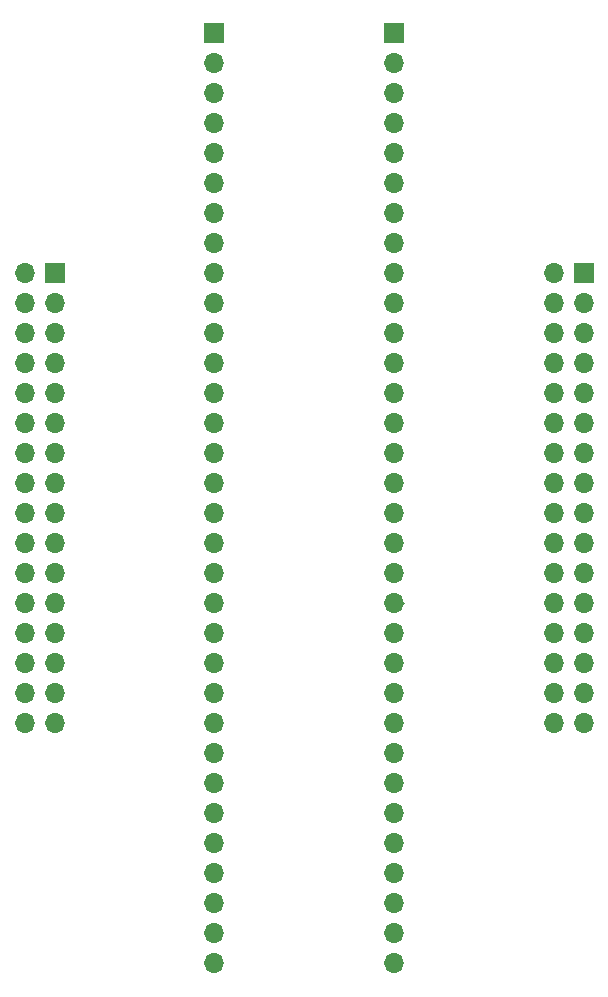
<source format=gbr>
G04 #@! TF.FileFunction,Copper,L1,Top,Signal*
%FSLAX46Y46*%
G04 Gerber Fmt 4.6, Leading zero omitted, Abs format (unit mm)*
G04 Created by KiCad (PCBNEW 4.0.7) date 10/03/17 18:02:40*
%MOMM*%
%LPD*%
G01*
G04 APERTURE LIST*
%ADD10C,0.100000*%
%ADD11R,1.700000X1.700000*%
%ADD12O,1.700000X1.700000*%
%ADD13C,0.250000*%
G04 APERTURE END LIST*
D10*
D11*
X-107236000Y24180000D03*
D12*
X-109776000Y24180000D03*
X-107236000Y21640000D03*
X-109776000Y21640000D03*
X-107236000Y19100000D03*
X-109776000Y19100000D03*
X-107236000Y16560000D03*
X-109776000Y16560000D03*
X-107236000Y14020000D03*
X-109776000Y14020000D03*
X-107236000Y11480000D03*
X-109776000Y11480000D03*
X-107236000Y8940000D03*
X-109776000Y8940000D03*
X-107236000Y6400000D03*
X-109776000Y6400000D03*
X-107236000Y3860000D03*
X-109776000Y3860000D03*
X-107236000Y1320000D03*
X-109776000Y1320000D03*
X-107236000Y-1220000D03*
X-109776000Y-1220000D03*
X-107236000Y-3760000D03*
X-109776000Y-3760000D03*
X-107236000Y-6300000D03*
X-109776000Y-6300000D03*
X-107236000Y-8840000D03*
X-109776000Y-8840000D03*
X-107236000Y-11380000D03*
X-109776000Y-11380000D03*
X-107236000Y-13920000D03*
X-109776000Y-13920000D03*
D11*
X-62436000Y24180000D03*
D12*
X-64976000Y24180000D03*
X-62436000Y21640000D03*
X-64976000Y21640000D03*
X-62436000Y19100000D03*
X-64976000Y19100000D03*
X-62436000Y16560000D03*
X-64976000Y16560000D03*
X-62436000Y14020000D03*
X-64976000Y14020000D03*
X-62436000Y11480000D03*
X-64976000Y11480000D03*
X-62436000Y8940000D03*
X-64976000Y8940000D03*
X-62436000Y6400000D03*
X-64976000Y6400000D03*
X-62436000Y3860000D03*
X-64976000Y3860000D03*
X-62436000Y1320000D03*
X-64976000Y1320000D03*
X-62436000Y-1220000D03*
X-64976000Y-1220000D03*
X-62436000Y-3760000D03*
X-64976000Y-3760000D03*
X-62436000Y-6300000D03*
X-64976000Y-6300000D03*
X-62436000Y-8840000D03*
X-64976000Y-8840000D03*
X-62436000Y-11380000D03*
X-64976000Y-11380000D03*
X-62436000Y-13920000D03*
X-64976000Y-13920000D03*
D11*
X-93726000Y44450000D03*
D12*
X-93726000Y41910000D03*
X-93726000Y39370000D03*
X-93726000Y36830000D03*
X-93726000Y34290000D03*
X-93726000Y31750000D03*
X-93726000Y29210000D03*
X-93726000Y26670000D03*
X-93726000Y24130000D03*
X-93726000Y21590000D03*
X-93726000Y19050000D03*
X-93726000Y16510000D03*
X-93726000Y13970000D03*
X-93726000Y11430000D03*
X-93726000Y8890000D03*
X-93726000Y6350000D03*
X-93726000Y3810000D03*
X-93726000Y1270000D03*
X-93726000Y-1270000D03*
X-93726000Y-3810000D03*
X-93726000Y-6350000D03*
X-93726000Y-8890000D03*
X-93726000Y-11430000D03*
X-93726000Y-13970000D03*
X-93726000Y-16510000D03*
X-93726000Y-19050000D03*
X-93726000Y-21590000D03*
X-93726000Y-24130000D03*
X-93726000Y-26670000D03*
X-93726000Y-29210000D03*
X-93726000Y-31750000D03*
X-93726000Y-34290000D03*
D11*
X-78486000Y44450000D03*
D12*
X-78486000Y41910000D03*
X-78486000Y39370000D03*
X-78486000Y36830000D03*
X-78486000Y34290000D03*
X-78486000Y31750000D03*
X-78486000Y29210000D03*
X-78486000Y26670000D03*
X-78486000Y24130000D03*
X-78486000Y21590000D03*
X-78486000Y19050000D03*
X-78486000Y16510000D03*
X-78486000Y13970000D03*
X-78486000Y11430000D03*
X-78486000Y8890000D03*
X-78486000Y6350000D03*
X-78486000Y3810000D03*
X-78486000Y1270000D03*
X-78486000Y-1270000D03*
X-78486000Y-3810000D03*
X-78486000Y-6350000D03*
X-78486000Y-8890000D03*
X-78486000Y-11430000D03*
X-78486000Y-13970000D03*
X-78486000Y-16510000D03*
X-78486000Y-19050000D03*
X-78486000Y-21590000D03*
X-78486000Y-24130000D03*
X-78486000Y-26670000D03*
X-78486000Y-29210000D03*
X-78486000Y-31750000D03*
X-78486000Y-34290000D03*
D13*
X-78486000Y44450000D02*
X-78486000Y44196000D01*
X-62436000Y21640000D02*
X-62436000Y21796000D01*
X-64976000Y21640000D02*
X-64976000Y21796000D01*
X-78486000Y31750000D02*
X-78486000Y31496000D01*
X-62436000Y16560000D02*
X-62436000Y16716000D01*
X-78486000Y26516000D02*
X-78486000Y26670000D01*
X-78486000Y26416000D02*
X-78486000Y26670000D01*
X-62436000Y14020000D02*
X-62436000Y14176000D01*
X-78486000Y21436000D02*
X-78486000Y21590000D01*
X-62436000Y11480000D02*
X-62436000Y11636000D01*
X-78486000Y16356000D02*
X-78486000Y16510000D01*
X-62436000Y8940000D02*
X-62436000Y9096000D01*
X-62436000Y8940000D02*
X-62436000Y8684000D01*
X-78486000Y8890000D02*
X-78486000Y8636000D01*
X-65026000Y6350000D02*
X-64976000Y6400000D01*
X-62436000Y3860000D02*
X-62436000Y4016000D01*
X-78486000Y1524000D02*
X-78486000Y1270000D01*
X-62436000Y1320000D02*
X-62436000Y1476000D01*
X-78486000Y-1016000D02*
X-78486000Y-1270000D01*
X-78486000Y-3810000D02*
X-77724000Y-3810000D01*
X-62436000Y-1220000D02*
X-62436000Y-1064000D01*
X-65280000Y-1524000D02*
X-64976000Y-1220000D01*
X-62436000Y-3760000D02*
X-62436000Y-3604000D01*
X-78486000Y-13716000D02*
X-78486000Y-13970000D01*
X-62436000Y-6300000D02*
X-62436000Y-6144000D01*
X-62436000Y-8840000D02*
X-62436000Y-8684000D01*
X-62436000Y-11380000D02*
X-62436000Y-11224000D01*
X-62436000Y-13920000D02*
X-62436000Y-13764000D01*
X-109776000Y24180000D02*
X-109776000Y23924000D01*
X-109776000Y19100000D02*
X-109776000Y19098000D01*
X-93980000Y26670000D02*
X-93726000Y26670000D01*
X-109776000Y14020000D02*
X-109776000Y14018000D01*
X-109776000Y11440000D02*
X-109738000Y11440000D01*
X-109776000Y11480000D02*
X-109776000Y11478000D01*
X-93726000Y13482000D02*
X-93726000Y13970000D01*
X-109738000Y8900000D02*
X-109776000Y8900000D01*
X-93736000Y8900000D02*
X-93726000Y8890000D01*
X-94080000Y8890000D02*
X-93726000Y8890000D01*
X-109776000Y6360000D02*
X-109738000Y6360000D01*
X-93776000Y3860000D02*
X-93726000Y3810000D01*
X-109776000Y3820000D02*
X-109738000Y3820000D01*
X-93980000Y-1270000D02*
X-93726000Y-1270000D01*
X-109776000Y-3800000D02*
X-109776000Y-4016000D01*
X-109776000Y-3760000D02*
X-109524000Y-3760000D01*
X-109776000Y-6340000D02*
X-109230000Y-6340000D01*
X-109776000Y-6300000D02*
X-109524000Y-6300000D01*
X-109776000Y-8880000D02*
X-109738000Y-8880000D01*
X-109776000Y-8840000D02*
X-109776000Y-9350000D01*
X-93726000Y-28956000D02*
X-93726000Y-29210000D01*
X-109776000Y-11420000D02*
X-109738000Y-11420000D01*
X-109776000Y-11380000D02*
X-109776000Y-11382000D01*
M02*

</source>
